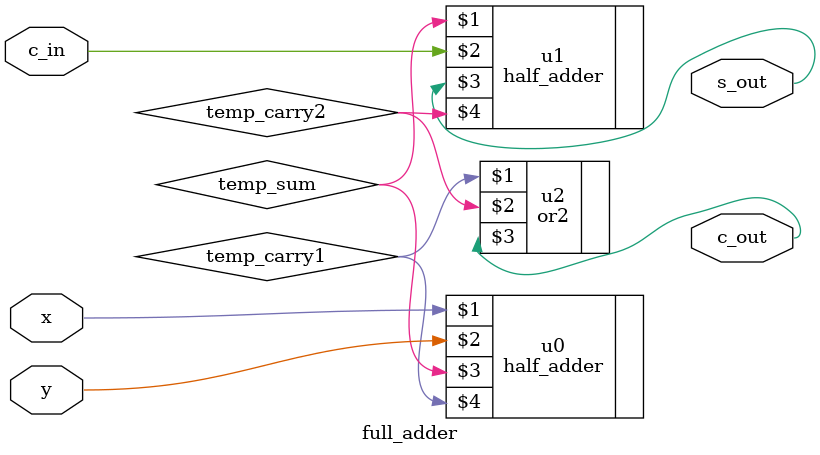
<source format=v>
module full_adder(x, y, c_in, s_out, c_out);
  input x, y, c_in;
  output s_out, c_out;
  wire temp_sum, temp_carry1, temp_carry2;
  
  half_adder u0(x, y, temp_sum, temp_carry1);
  half_adder u1(temp_sum, c_in, s_out, temp_carry2);
  or2 u2(temp_carry1, temp_carry2, c_out);
endmodule
</source>
